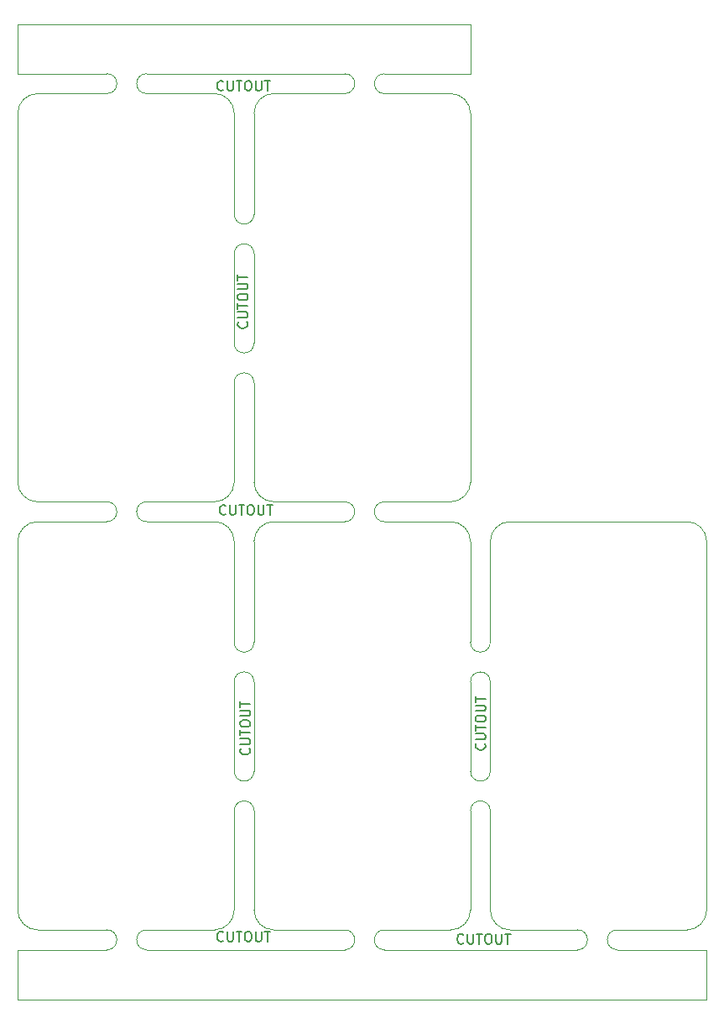
<source format=gbr>
%TF.GenerationSoftware,KiCad,Pcbnew,(6.0.8)*%
%TF.CreationDate,2023-03-28T10:40:47+02:00*%
%TF.ProjectId,Floppy Board v3.0,466c6f70-7079-4204-926f-617264207633,3.0*%
%TF.SameCoordinates,Original*%
%TF.FileFunction,Profile,NP*%
%FSLAX46Y46*%
G04 Gerber Fmt 4.6, Leading zero omitted, Abs format (unit mm)*
G04 Created by KiCad (PCBNEW (6.0.8)) date 2023-03-28 10:40:47*
%MOMM*%
%LPD*%
G01*
G04 APERTURE LIST*
%ADD10C,0.150000*%
%TA.AperFunction,Profile*%
%ADD11C,0.050000*%
%TD*%
%TA.AperFunction,Profile*%
%ADD12C,0.100000*%
%TD*%
%TA.AperFunction,Profile*%
%ADD13C,0.120000*%
%TD*%
G04 APERTURE END LIST*
D10*
X134711301Y-118880809D02*
X134758920Y-118928428D01*
X134806539Y-119071285D01*
X134806539Y-119166523D01*
X134758920Y-119309380D01*
X134663682Y-119404619D01*
X134568444Y-119452238D01*
X134377968Y-119499857D01*
X134235111Y-119499857D01*
X134044635Y-119452238D01*
X133949397Y-119404619D01*
X133854159Y-119309380D01*
X133806539Y-119166523D01*
X133806539Y-119071285D01*
X133854159Y-118928428D01*
X133901778Y-118880809D01*
X133806539Y-118452238D02*
X134616063Y-118452238D01*
X134711301Y-118404619D01*
X134758920Y-118357000D01*
X134806539Y-118261761D01*
X134806539Y-118071285D01*
X134758920Y-117976047D01*
X134711301Y-117928428D01*
X134616063Y-117880809D01*
X133806539Y-117880809D01*
X133806539Y-117547476D02*
X133806539Y-116976047D01*
X134806539Y-117261761D02*
X133806539Y-117261761D01*
X133806539Y-116452238D02*
X133806539Y-116261761D01*
X133854159Y-116166523D01*
X133949397Y-116071285D01*
X134139873Y-116023666D01*
X134473206Y-116023666D01*
X134663682Y-116071285D01*
X134758920Y-116166523D01*
X134806539Y-116261761D01*
X134806539Y-116452238D01*
X134758920Y-116547476D01*
X134663682Y-116642714D01*
X134473206Y-116690333D01*
X134139873Y-116690333D01*
X133949397Y-116642714D01*
X133854159Y-116547476D01*
X133806539Y-116452238D01*
X133806539Y-115595095D02*
X134616063Y-115595095D01*
X134711301Y-115547476D01*
X134758920Y-115499857D01*
X134806539Y-115404619D01*
X134806539Y-115214142D01*
X134758920Y-115118904D01*
X134711301Y-115071285D01*
X134616063Y-115023666D01*
X133806539Y-115023666D01*
X133806539Y-114690333D02*
X133806539Y-114118904D01*
X134806539Y-114404619D02*
X133806539Y-114404619D01*
X158461301Y-118380809D02*
X158508920Y-118428428D01*
X158556539Y-118571285D01*
X158556539Y-118666523D01*
X158508920Y-118809380D01*
X158413682Y-118904619D01*
X158318444Y-118952238D01*
X158127968Y-118999857D01*
X157985111Y-118999857D01*
X157794635Y-118952238D01*
X157699397Y-118904619D01*
X157604159Y-118809380D01*
X157556539Y-118666523D01*
X157556539Y-118571285D01*
X157604159Y-118428428D01*
X157651778Y-118380809D01*
X157556539Y-117952238D02*
X158366063Y-117952238D01*
X158461301Y-117904619D01*
X158508920Y-117857000D01*
X158556539Y-117761761D01*
X158556539Y-117571285D01*
X158508920Y-117476047D01*
X158461301Y-117428428D01*
X158366063Y-117380809D01*
X157556539Y-117380809D01*
X157556539Y-117047476D02*
X157556539Y-116476047D01*
X158556539Y-116761761D02*
X157556539Y-116761761D01*
X157556539Y-115952238D02*
X157556539Y-115761761D01*
X157604159Y-115666523D01*
X157699397Y-115571285D01*
X157889873Y-115523666D01*
X158223206Y-115523666D01*
X158413682Y-115571285D01*
X158508920Y-115666523D01*
X158556539Y-115761761D01*
X158556539Y-115952238D01*
X158508920Y-116047476D01*
X158413682Y-116142714D01*
X158223206Y-116190333D01*
X157889873Y-116190333D01*
X157699397Y-116142714D01*
X157604159Y-116047476D01*
X157556539Y-115952238D01*
X157556539Y-115095095D02*
X158366063Y-115095095D01*
X158461301Y-115047476D01*
X158508920Y-114999857D01*
X158556539Y-114904619D01*
X158556539Y-114714142D01*
X158508920Y-114618904D01*
X158461301Y-114571285D01*
X158366063Y-114523666D01*
X157556539Y-114523666D01*
X157556539Y-114190333D02*
X157556539Y-113618904D01*
X158556539Y-113904619D02*
X157556539Y-113904619D01*
X156330349Y-138464142D02*
X156282730Y-138511761D01*
X156139873Y-138559380D01*
X156044635Y-138559380D01*
X155901778Y-138511761D01*
X155806539Y-138416523D01*
X155758920Y-138321285D01*
X155711301Y-138130809D01*
X155711301Y-137987952D01*
X155758920Y-137797476D01*
X155806539Y-137702238D01*
X155901778Y-137607000D01*
X156044635Y-137559380D01*
X156139873Y-137559380D01*
X156282730Y-137607000D01*
X156330349Y-137654619D01*
X156758920Y-137559380D02*
X156758920Y-138368904D01*
X156806539Y-138464142D01*
X156854159Y-138511761D01*
X156949397Y-138559380D01*
X157139873Y-138559380D01*
X157235111Y-138511761D01*
X157282730Y-138464142D01*
X157330349Y-138368904D01*
X157330349Y-137559380D01*
X157663682Y-137559380D02*
X158235111Y-137559380D01*
X157949397Y-138559380D02*
X157949397Y-137559380D01*
X158758920Y-137559380D02*
X158949397Y-137559380D01*
X159044635Y-137607000D01*
X159139873Y-137702238D01*
X159187492Y-137892714D01*
X159187492Y-138226047D01*
X159139873Y-138416523D01*
X159044635Y-138511761D01*
X158949397Y-138559380D01*
X158758920Y-138559380D01*
X158663682Y-138511761D01*
X158568444Y-138416523D01*
X158520825Y-138226047D01*
X158520825Y-137892714D01*
X158568444Y-137702238D01*
X158663682Y-137607000D01*
X158758920Y-137559380D01*
X159616063Y-137559380D02*
X159616063Y-138368904D01*
X159663682Y-138464142D01*
X159711301Y-138511761D01*
X159806539Y-138559380D01*
X159997016Y-138559380D01*
X160092254Y-138511761D01*
X160139873Y-138464142D01*
X160187492Y-138368904D01*
X160187492Y-137559380D01*
X160520825Y-137559380D02*
X161092254Y-137559380D01*
X160806539Y-138559380D02*
X160806539Y-137559380D01*
X132080349Y-138214142D02*
X132032730Y-138261761D01*
X131889873Y-138309380D01*
X131794635Y-138309380D01*
X131651778Y-138261761D01*
X131556539Y-138166523D01*
X131508920Y-138071285D01*
X131461301Y-137880809D01*
X131461301Y-137737952D01*
X131508920Y-137547476D01*
X131556539Y-137452238D01*
X131651778Y-137357000D01*
X131794635Y-137309380D01*
X131889873Y-137309380D01*
X132032730Y-137357000D01*
X132080349Y-137404619D01*
X132508920Y-137309380D02*
X132508920Y-138118904D01*
X132556539Y-138214142D01*
X132604159Y-138261761D01*
X132699397Y-138309380D01*
X132889873Y-138309380D01*
X132985111Y-138261761D01*
X133032730Y-138214142D01*
X133080349Y-138118904D01*
X133080349Y-137309380D01*
X133413682Y-137309380D02*
X133985111Y-137309380D01*
X133699397Y-138309380D02*
X133699397Y-137309380D01*
X134508920Y-137309380D02*
X134699397Y-137309380D01*
X134794635Y-137357000D01*
X134889873Y-137452238D01*
X134937492Y-137642714D01*
X134937492Y-137976047D01*
X134889873Y-138166523D01*
X134794635Y-138261761D01*
X134699397Y-138309380D01*
X134508920Y-138309380D01*
X134413682Y-138261761D01*
X134318444Y-138166523D01*
X134270825Y-137976047D01*
X134270825Y-137642714D01*
X134318444Y-137452238D01*
X134413682Y-137357000D01*
X134508920Y-137309380D01*
X135366063Y-137309380D02*
X135366063Y-138118904D01*
X135413682Y-138214142D01*
X135461301Y-138261761D01*
X135556539Y-138309380D01*
X135747016Y-138309380D01*
X135842254Y-138261761D01*
X135889873Y-138214142D01*
X135937492Y-138118904D01*
X135937492Y-137309380D01*
X136270825Y-137309380D02*
X136842254Y-137309380D01*
X136556539Y-138309380D02*
X136556539Y-137309380D01*
X132080349Y-52464142D02*
X132032730Y-52511761D01*
X131889873Y-52559380D01*
X131794635Y-52559380D01*
X131651778Y-52511761D01*
X131556539Y-52416523D01*
X131508920Y-52321285D01*
X131461301Y-52130809D01*
X131461301Y-51987952D01*
X131508920Y-51797476D01*
X131556539Y-51702238D01*
X131651778Y-51607000D01*
X131794635Y-51559380D01*
X131889873Y-51559380D01*
X132032730Y-51607000D01*
X132080349Y-51654619D01*
X132508920Y-51559380D02*
X132508920Y-52368904D01*
X132556539Y-52464142D01*
X132604159Y-52511761D01*
X132699397Y-52559380D01*
X132889873Y-52559380D01*
X132985111Y-52511761D01*
X133032730Y-52464142D01*
X133080349Y-52368904D01*
X133080349Y-51559380D01*
X133413682Y-51559380D02*
X133985111Y-51559380D01*
X133699397Y-52559380D02*
X133699397Y-51559380D01*
X134508920Y-51559380D02*
X134699397Y-51559380D01*
X134794635Y-51607000D01*
X134889873Y-51702238D01*
X134937492Y-51892714D01*
X134937492Y-52226047D01*
X134889873Y-52416523D01*
X134794635Y-52511761D01*
X134699397Y-52559380D01*
X134508920Y-52559380D01*
X134413682Y-52511761D01*
X134318444Y-52416523D01*
X134270825Y-52226047D01*
X134270825Y-51892714D01*
X134318444Y-51702238D01*
X134413682Y-51607000D01*
X134508920Y-51559380D01*
X135366063Y-51559380D02*
X135366063Y-52368904D01*
X135413682Y-52464142D01*
X135461301Y-52511761D01*
X135556539Y-52559380D01*
X135747016Y-52559380D01*
X135842254Y-52511761D01*
X135889873Y-52464142D01*
X135937492Y-52368904D01*
X135937492Y-51559380D01*
X136270825Y-51559380D02*
X136842254Y-51559380D01*
X136556539Y-52559380D02*
X136556539Y-51559380D01*
X134461301Y-75880809D02*
X134508920Y-75928428D01*
X134556539Y-76071285D01*
X134556539Y-76166523D01*
X134508920Y-76309380D01*
X134413682Y-76404619D01*
X134318444Y-76452238D01*
X134127968Y-76499857D01*
X133985111Y-76499857D01*
X133794635Y-76452238D01*
X133699397Y-76404619D01*
X133604159Y-76309380D01*
X133556539Y-76166523D01*
X133556539Y-76071285D01*
X133604159Y-75928428D01*
X133651778Y-75880809D01*
X133556539Y-75452238D02*
X134366063Y-75452238D01*
X134461301Y-75404619D01*
X134508920Y-75357000D01*
X134556539Y-75261761D01*
X134556539Y-75071285D01*
X134508920Y-74976047D01*
X134461301Y-74928428D01*
X134366063Y-74880809D01*
X133556539Y-74880809D01*
X133556539Y-74547476D02*
X133556539Y-73976047D01*
X134556539Y-74261761D02*
X133556539Y-74261761D01*
X133556539Y-73452238D02*
X133556539Y-73261761D01*
X133604159Y-73166523D01*
X133699397Y-73071285D01*
X133889873Y-73023666D01*
X134223206Y-73023666D01*
X134413682Y-73071285D01*
X134508920Y-73166523D01*
X134556539Y-73261761D01*
X134556539Y-73452238D01*
X134508920Y-73547476D01*
X134413682Y-73642714D01*
X134223206Y-73690333D01*
X133889873Y-73690333D01*
X133699397Y-73642714D01*
X133604159Y-73547476D01*
X133556539Y-73452238D01*
X133556539Y-72595095D02*
X134366063Y-72595095D01*
X134461301Y-72547476D01*
X134508920Y-72499857D01*
X134556539Y-72404619D01*
X134556539Y-72214142D01*
X134508920Y-72118904D01*
X134461301Y-72071285D01*
X134366063Y-72023666D01*
X133556539Y-72023666D01*
X133556539Y-71690333D02*
X133556539Y-71118904D01*
X134556539Y-71404619D02*
X133556539Y-71404619D01*
X132330349Y-95214142D02*
X132282730Y-95261761D01*
X132139873Y-95309380D01*
X132044635Y-95309380D01*
X131901778Y-95261761D01*
X131806539Y-95166523D01*
X131758920Y-95071285D01*
X131711301Y-94880809D01*
X131711301Y-94737952D01*
X131758920Y-94547476D01*
X131806539Y-94452238D01*
X131901778Y-94357000D01*
X132044635Y-94309380D01*
X132139873Y-94309380D01*
X132282730Y-94357000D01*
X132330349Y-94404619D01*
X132758920Y-94309380D02*
X132758920Y-95118904D01*
X132806539Y-95214142D01*
X132854159Y-95261761D01*
X132949397Y-95309380D01*
X133139873Y-95309380D01*
X133235111Y-95261761D01*
X133282730Y-95214142D01*
X133330349Y-95118904D01*
X133330349Y-94309380D01*
X133663682Y-94309380D02*
X134235111Y-94309380D01*
X133949397Y-95309380D02*
X133949397Y-94309380D01*
X134758920Y-94309380D02*
X134949397Y-94309380D01*
X135044635Y-94357000D01*
X135139873Y-94452238D01*
X135187492Y-94642714D01*
X135187492Y-94976047D01*
X135139873Y-95166523D01*
X135044635Y-95261761D01*
X134949397Y-95309380D01*
X134758920Y-95309380D01*
X134663682Y-95261761D01*
X134568444Y-95166523D01*
X134520825Y-94976047D01*
X134520825Y-94642714D01*
X134568444Y-94452238D01*
X134663682Y-94357000D01*
X134758920Y-94309380D01*
X135616063Y-94309380D02*
X135616063Y-95118904D01*
X135663682Y-95214142D01*
X135711301Y-95261761D01*
X135806539Y-95309380D01*
X135997016Y-95309380D01*
X136092254Y-95261761D01*
X136139873Y-95214142D01*
X136187492Y-95118904D01*
X136187492Y-94309380D01*
X136520825Y-94309380D02*
X137092254Y-94309380D01*
X136806539Y-95309380D02*
X136806539Y-94309380D01*
D11*
X161042159Y-96005000D02*
X178886159Y-96005000D01*
X135198159Y-125153000D02*
X135198159Y-135153000D01*
X133198159Y-125153000D02*
X133198159Y-135153000D01*
X135198159Y-112153000D02*
X135198159Y-121153000D01*
X133198159Y-112153000D02*
X133198159Y-121153000D01*
X120354159Y-96005000D02*
X113354159Y-96005000D01*
X120354159Y-94005000D02*
X113354159Y-94005000D01*
X124354159Y-94005000D02*
X131198159Y-94005000D01*
X124354159Y-96005000D02*
X131198159Y-96005000D01*
X133198159Y-108153000D02*
X133198159Y-98005000D01*
X135198159Y-108153000D02*
X135198159Y-98005000D01*
X171854159Y-139153000D02*
X180886159Y-139153000D01*
X171854159Y-137153000D02*
X178886159Y-137153000D01*
X167854159Y-137153000D02*
X161042159Y-137153000D01*
X144354159Y-137153000D02*
X137198159Y-137153000D01*
X124354159Y-137153000D02*
X131198159Y-137153000D01*
X120354159Y-137153000D02*
X113354159Y-137153000D01*
X120354159Y-139153000D02*
X111354159Y-139153000D01*
X144354159Y-139153000D02*
X124354159Y-139153000D01*
X148354159Y-139153000D02*
X167854159Y-139153000D01*
X148354159Y-137153000D02*
X155042159Y-137153000D01*
X159042159Y-125153000D02*
X159042159Y-135153000D01*
X157042159Y-125153000D02*
X157042159Y-135153000D01*
X157042159Y-121153000D02*
X157042159Y-112153000D01*
X159042159Y-112153000D02*
X159042159Y-121153000D01*
X159042159Y-108153000D02*
X159042159Y-98005000D01*
X157042159Y-108153000D02*
X157042159Y-98005000D01*
X148354159Y-94005000D02*
X155042159Y-94005000D01*
X148354159Y-96005000D02*
X155042159Y-96005000D01*
X144354159Y-96005000D02*
X137198159Y-96005000D01*
X144354159Y-94005000D02*
X137198159Y-94005000D01*
X135198159Y-82005000D02*
X135198159Y-92005000D01*
X133198159Y-82005000D02*
X133198159Y-92005000D01*
X133198159Y-78005000D02*
X133198159Y-69005000D01*
X135198159Y-69005000D02*
X135198159Y-78005000D01*
X135198159Y-65005000D02*
X135198159Y-54857000D01*
X133198159Y-65005000D02*
X133198159Y-54857000D01*
X120354159Y-52857000D02*
X113354159Y-52857000D01*
X124354159Y-52857000D02*
X131198159Y-52857000D01*
X144354159Y-52857000D02*
X137198159Y-52857000D01*
X155042159Y-52857000D02*
X148354159Y-52857000D01*
X148354159Y-50857000D02*
X157042159Y-50857000D01*
X124354159Y-50857000D02*
X144354159Y-50857000D01*
X111354159Y-50857000D02*
X120354159Y-50857000D01*
X180886159Y-144153000D02*
X180886159Y-139153000D01*
X111354159Y-144153000D02*
X180886159Y-144153000D01*
X111354159Y-139153000D02*
X111354159Y-144153000D01*
X157042159Y-50857000D02*
X157042159Y-45857000D01*
X111354159Y-45857000D02*
X111354159Y-50857000D01*
X157042159Y-45857000D02*
X111354159Y-45857000D01*
D12*
X180886159Y-98005000D02*
X180886159Y-135153000D01*
X180886159Y-98005000D02*
G75*
G03*
X178886159Y-96005000I-2000000J0D01*
G01*
X161042159Y-96005000D02*
G75*
G03*
X159042159Y-98005000I0J-2000000D01*
G01*
X159042159Y-135153000D02*
G75*
G03*
X161042159Y-137153000I2000000J0D01*
G01*
X178886159Y-137153000D02*
G75*
G03*
X180886159Y-135153000I0J2000000D01*
G01*
X157042159Y-98005000D02*
G75*
G03*
X155042159Y-96005000I-2000000J0D01*
G01*
X137198159Y-96005000D02*
G75*
G03*
X135198159Y-98005000I0J-2000000D01*
G01*
X135198159Y-135153000D02*
G75*
G03*
X137198159Y-137153000I2000000J0D01*
G01*
X155042159Y-137153000D02*
G75*
G03*
X157042159Y-135153000I0J2000000D01*
G01*
X133198159Y-98005000D02*
G75*
G03*
X131198159Y-96005000I-2000000J0D01*
G01*
X111354159Y-135153000D02*
X111354159Y-98005000D01*
X113354159Y-96005000D02*
G75*
G03*
X111354159Y-98005000I0J-2000000D01*
G01*
X111354159Y-135153000D02*
G75*
G03*
X113354159Y-137153000I2000000J0D01*
G01*
X131198159Y-137153000D02*
G75*
G03*
X133198159Y-135153000I0J2000000D01*
G01*
X157042159Y-54857000D02*
X157042159Y-92005000D01*
X157042159Y-54857000D02*
G75*
G03*
X155042159Y-52857000I-2000000J0D01*
G01*
X137198159Y-52857000D02*
G75*
G03*
X135198159Y-54857000I0J-2000000D01*
G01*
X135198159Y-92005000D02*
G75*
G03*
X137198159Y-94005000I2000000J0D01*
G01*
X155042159Y-94005000D02*
G75*
G03*
X157042159Y-92005000I0J2000000D01*
G01*
X111354159Y-92005000D02*
X111354159Y-54857000D01*
X131198159Y-94005000D02*
G75*
G03*
X133198159Y-92005000I0J2000000D01*
G01*
X111354159Y-92005000D02*
G75*
G03*
X113354159Y-94005000I2000000J0D01*
G01*
X113354159Y-52857000D02*
G75*
G03*
X111354159Y-54857000I0J-2000000D01*
G01*
X133198159Y-54857000D02*
G75*
G03*
X131198159Y-52857000I-2000000J0D01*
G01*
D13*
%TO.C,mouse-bite-2mm-slot*%
X133198159Y-65005000D02*
G75*
G03*
X135198159Y-65005000I1000000J0D01*
G01*
X135198159Y-69005000D02*
G75*
G03*
X133198159Y-69005000I-1000000J0D01*
G01*
X133198159Y-78005000D02*
G75*
G03*
X135198159Y-78005000I1000000J0D01*
G01*
X135198159Y-82005000D02*
G75*
G03*
X133198159Y-82005000I-1000000J0D01*
G01*
X157042159Y-108153000D02*
G75*
G03*
X159042159Y-108153000I1000000J0D01*
G01*
X159042159Y-112153000D02*
G75*
G03*
X157042159Y-112153000I-1000000J0D01*
G01*
X157042159Y-121153000D02*
G75*
G03*
X159042159Y-121153000I1000000J0D01*
G01*
X159042159Y-125153000D02*
G75*
G03*
X157042159Y-125153000I-1000000J0D01*
G01*
X133198159Y-108153000D02*
G75*
G03*
X135198159Y-108153000I1000000J0D01*
G01*
X135198159Y-112153000D02*
G75*
G03*
X133198159Y-112153000I-1000000J0D01*
G01*
X135198159Y-125153000D02*
G75*
G03*
X133198159Y-125153000I-1000000J0D01*
G01*
X133198159Y-121153000D02*
G75*
G03*
X135198159Y-121153000I1000000J0D01*
G01*
X171854159Y-137153000D02*
G75*
G03*
X171854159Y-139153000I0J-1000000D01*
G01*
X167854159Y-139153000D02*
G75*
G03*
X167854159Y-137153000I0J1000000D01*
G01*
X148354159Y-137153000D02*
G75*
G03*
X148354159Y-139153000I0J-1000000D01*
G01*
X144354159Y-139153000D02*
G75*
G03*
X144354159Y-137153000I0J1000000D01*
G01*
X124354159Y-137153000D02*
G75*
G03*
X124354159Y-139153000I0J-1000000D01*
G01*
X120354159Y-139153000D02*
G75*
G03*
X120354159Y-137153000I0J1000000D01*
G01*
X148354159Y-50857000D02*
G75*
G03*
X148354159Y-52857000I0J-1000000D01*
G01*
X144354159Y-52857000D02*
G75*
G03*
X144354159Y-50857000I0J1000000D01*
G01*
X124354159Y-50857000D02*
G75*
G03*
X124354159Y-52857000I0J-1000000D01*
G01*
X120354159Y-52857000D02*
G75*
G03*
X120354159Y-50857000I0J1000000D01*
G01*
X148354159Y-94005000D02*
G75*
G03*
X148354159Y-96005000I0J-1000000D01*
G01*
X144354159Y-96005000D02*
G75*
G03*
X144354159Y-94005000I0J1000000D01*
G01*
X124354159Y-94005000D02*
G75*
G03*
X124354159Y-96005000I0J-1000000D01*
G01*
X120354159Y-96005000D02*
G75*
G03*
X120354159Y-94005000I0J1000000D01*
G01*
%TD*%
M02*

</source>
